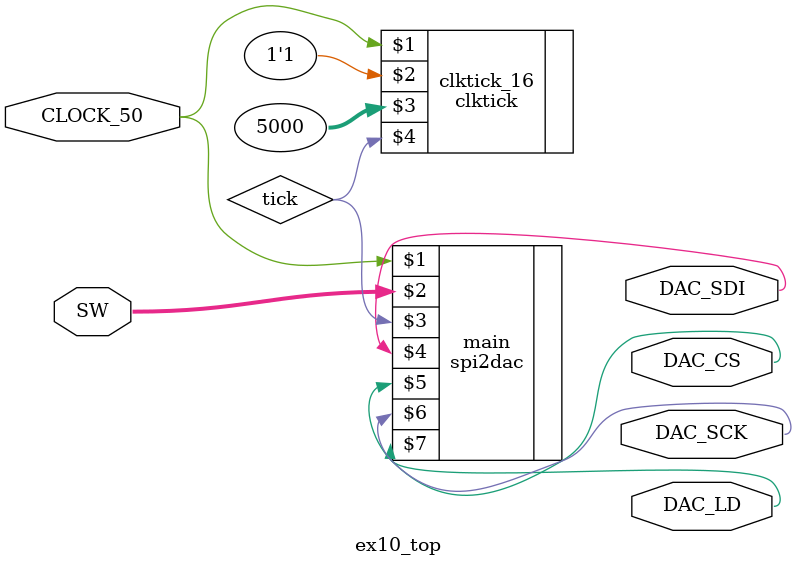
<source format=v>
module ex10_top (
		SW,
		CLOCK_50,
		DAC_CS,
		DAC_SDI,
		DAC_LD,
		DAC_SCK
);


input [9:0] SW;
input CLOCK_50;
output DAC_CS, DAC_SDI, DAC_LD, DAC_SCK;

wire tick;

clktick clktick_16 (CLOCK_50, 1'b1, 5000, tick);

spi2dac main (CLOCK_50, SW, tick, DAC_SDI, DAC_CS, DAC_SCK, DAC_LD);



endmodule 
</source>
